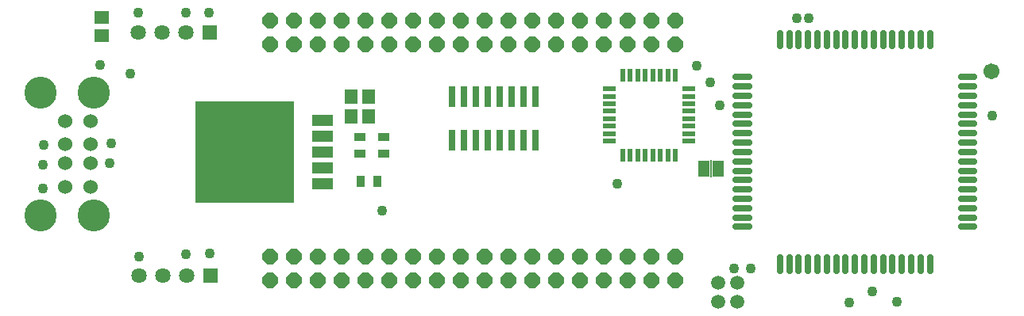
<source format=gbr>
G04 EAGLE Gerber RS-274X export*
G75*
%MOMM*%
%FSLAX34Y34*%
%LPD*%
%INSoldermask Bottom*%
%IPPOS*%
%AMOC8*
5,1,8,0,0,1.08239X$1,22.5*%
G01*
%ADD10R,1.401600X1.601600*%
%ADD11R,10.511600X10.901600*%
%ADD12R,2.260600X1.168400*%
%ADD13C,0.701600*%
%ADD14R,1.631600X1.631600*%
%ADD15C,1.631600*%
%ADD16R,1.301600X0.901600*%
%ADD17R,0.901600X1.301600*%
%ADD18R,1.601600X1.401600*%
%ADD19P,1.759533X8X22.500000*%
%ADD20C,1.509600*%
%ADD21C,1.524000*%
%ADD22C,3.429000*%
%ADD23C,1.101600*%
%ADD24R,0.609600X1.460500*%
%ADD25R,1.460500X0.609600*%
%ADD26R,0.660400X2.286000*%
%ADD27C,1.701600*%
%ADD28R,1.270000X1.701800*%
%ADD29R,0.152400X1.828800*%


D10*
X360120Y210366D03*
X379120Y210366D03*
X360178Y230902D03*
X379178Y230902D03*
D11*
X246400Y171900D03*
D12*
X329712Y205936D03*
X329712Y188918D03*
X329712Y171900D03*
X329712Y154882D03*
X329712Y137864D03*
D13*
X977200Y59100D02*
X977200Y45100D01*
X967200Y45100D02*
X967200Y59100D01*
X957200Y59100D02*
X957200Y45100D01*
X947200Y45100D02*
X947200Y59100D01*
X937200Y59100D02*
X937200Y45100D01*
X927200Y45100D02*
X927200Y59100D01*
X917200Y59100D02*
X917200Y45100D01*
X907200Y45100D02*
X907200Y59100D01*
X897200Y59100D02*
X897200Y45100D01*
X887200Y45100D02*
X887200Y59100D01*
X877200Y59100D02*
X877200Y45100D01*
X867200Y45100D02*
X867200Y59100D01*
X857200Y59100D02*
X857200Y45100D01*
X847200Y45100D02*
X847200Y59100D01*
X837200Y59100D02*
X837200Y45100D01*
X827200Y45100D02*
X827200Y59100D01*
X817200Y59100D02*
X817200Y45100D01*
X784200Y92100D02*
X770200Y92100D01*
X770200Y102100D02*
X784200Y102100D01*
X784200Y112100D02*
X770200Y112100D01*
X770200Y122100D02*
X784200Y122100D01*
X784200Y132100D02*
X770200Y132100D01*
X770200Y142100D02*
X784200Y142100D01*
X784200Y152100D02*
X770200Y152100D01*
X770200Y162100D02*
X784200Y162100D01*
X784200Y172100D02*
X770200Y172100D01*
X770200Y182100D02*
X784200Y182100D01*
X784200Y192100D02*
X770200Y192100D01*
X770200Y202100D02*
X784200Y202100D01*
X784200Y212100D02*
X770200Y212100D01*
X770200Y222100D02*
X784200Y222100D01*
X784200Y232100D02*
X770200Y232100D01*
X770200Y242100D02*
X784200Y242100D01*
X784200Y252100D02*
X770200Y252100D01*
X817200Y285100D02*
X817200Y299100D01*
X827200Y299100D02*
X827200Y285100D01*
X837200Y285100D02*
X837200Y299100D01*
X847200Y299100D02*
X847200Y285100D01*
X857200Y285100D02*
X857200Y299100D01*
X867200Y299100D02*
X867200Y285100D01*
X877200Y285100D02*
X877200Y299100D01*
X887200Y299100D02*
X887200Y285100D01*
X897200Y285100D02*
X897200Y299100D01*
X907200Y299100D02*
X907200Y285100D01*
X917200Y285100D02*
X917200Y299100D01*
X927200Y299100D02*
X927200Y285100D01*
X937200Y285100D02*
X937200Y299100D01*
X947200Y299100D02*
X947200Y285100D01*
X957200Y285100D02*
X957200Y299100D01*
X967200Y299100D02*
X967200Y285100D01*
X977200Y285100D02*
X977200Y299100D01*
X1010200Y252100D02*
X1024200Y252100D01*
X1024200Y242100D02*
X1010200Y242100D01*
X1010200Y232100D02*
X1024200Y232100D01*
X1024200Y222100D02*
X1010200Y222100D01*
X1010200Y212100D02*
X1024200Y212100D01*
X1024200Y202100D02*
X1010200Y202100D01*
X1010200Y192100D02*
X1024200Y192100D01*
X1024200Y182100D02*
X1010200Y182100D01*
X1010200Y172100D02*
X1024200Y172100D01*
X1024200Y162100D02*
X1010200Y162100D01*
X1010200Y152100D02*
X1024200Y152100D01*
X1024200Y142100D02*
X1010200Y142100D01*
X1010200Y132100D02*
X1024200Y132100D01*
X1024200Y122100D02*
X1010200Y122100D01*
X1010200Y112100D02*
X1024200Y112100D01*
X1024200Y102100D02*
X1010200Y102100D01*
X1010200Y92100D02*
X1024200Y92100D01*
D14*
X209400Y300200D03*
D15*
X184000Y300200D03*
X158600Y300200D03*
X133200Y300200D03*
D16*
X395024Y187950D03*
X395024Y169950D03*
D17*
X388500Y140678D03*
X370500Y140678D03*
D16*
X369718Y188462D03*
X369718Y170462D03*
D18*
X94774Y296838D03*
X94774Y315838D03*
D14*
X210000Y40000D03*
D15*
X184600Y40000D03*
X159200Y40000D03*
X133800Y40000D03*
D19*
X274100Y34800D03*
X299500Y34800D03*
X324900Y34800D03*
X350300Y34800D03*
X375700Y34800D03*
X401100Y34800D03*
X274100Y60200D03*
X299500Y60200D03*
X324900Y60200D03*
X350300Y60200D03*
X375700Y60200D03*
X401100Y60200D03*
X426500Y34800D03*
X426500Y60200D03*
X451900Y34800D03*
X477300Y34800D03*
X502700Y34800D03*
X528100Y34800D03*
X553500Y34800D03*
X578900Y34800D03*
X451900Y60200D03*
X477300Y60200D03*
X502700Y60200D03*
X528100Y60200D03*
X553500Y60200D03*
X578900Y60200D03*
X604300Y34800D03*
X604300Y60200D03*
X629700Y34800D03*
X655100Y34800D03*
X680500Y34800D03*
X629700Y60200D03*
X655100Y60200D03*
X680500Y60200D03*
X705900Y34800D03*
X705900Y60200D03*
X274100Y287300D03*
X299500Y287300D03*
X324900Y287300D03*
X350300Y287300D03*
X375700Y287300D03*
X401100Y287300D03*
X274100Y312700D03*
X299500Y312700D03*
X324900Y312700D03*
X350300Y312700D03*
X375700Y312700D03*
X401100Y312700D03*
X426500Y287300D03*
X426500Y312700D03*
X451900Y287300D03*
X477300Y287300D03*
X502700Y287300D03*
X528100Y287300D03*
X553500Y287300D03*
X578900Y287300D03*
X451900Y312700D03*
X477300Y312700D03*
X502700Y312700D03*
X528100Y312700D03*
X553500Y312700D03*
X578900Y312700D03*
X604300Y287300D03*
X604300Y312700D03*
X629700Y287300D03*
X655100Y287300D03*
X680500Y287300D03*
X629700Y312700D03*
X655100Y312700D03*
X680500Y312700D03*
X705900Y287300D03*
X705900Y312700D03*
D20*
X751688Y12384D03*
X751688Y32384D03*
X771688Y12384D03*
X771688Y32384D03*
D21*
X82500Y205000D03*
X82500Y180108D03*
X82500Y160042D03*
X82500Y134896D03*
X55322Y205000D03*
X55322Y180108D03*
X55322Y160042D03*
X55322Y134896D03*
D22*
X29160Y235734D03*
X29160Y104416D03*
X86056Y235734D03*
X86056Y104416D03*
D23*
X941970Y12140D03*
D24*
X705748Y168913D03*
X697748Y168913D03*
X689748Y168913D03*
X681748Y168913D03*
X673748Y168913D03*
X665748Y168913D03*
X657748Y168913D03*
X649748Y168913D03*
D25*
X635013Y183648D03*
X635013Y191648D03*
X635013Y199648D03*
X635013Y207648D03*
X635013Y215648D03*
X635013Y223648D03*
X635013Y231648D03*
X635013Y239648D03*
D24*
X649748Y254384D03*
X657748Y254384D03*
X665748Y254384D03*
X673748Y254384D03*
X681748Y254384D03*
X689748Y254384D03*
X697748Y254384D03*
X705748Y254384D03*
D25*
X720484Y239648D03*
X720484Y231648D03*
X720484Y223648D03*
X720484Y215648D03*
X720484Y207648D03*
X720484Y199648D03*
X720484Y191648D03*
X720484Y183648D03*
D26*
X556456Y184480D03*
X543756Y184480D03*
X531056Y184480D03*
X518356Y184480D03*
X505656Y184480D03*
X492956Y184480D03*
X480256Y184480D03*
X467556Y184480D03*
X467556Y231724D03*
X480256Y231724D03*
X492956Y231724D03*
X505656Y231724D03*
X518356Y231724D03*
X531056Y231724D03*
X543756Y231724D03*
X556456Y231724D03*
D27*
X1043050Y258160D03*
D23*
X124968Y255524D03*
X92456Y265176D03*
X1043686Y211328D03*
X392938Y109728D03*
X104394Y181356D03*
X103124Y159766D03*
X32766Y179832D03*
X32004Y158496D03*
X209042Y321056D03*
X183896Y320802D03*
X209550Y63754D03*
X184150Y62484D03*
X768350Y47498D03*
X785876Y47498D03*
X848106Y314706D03*
X835152Y315214D03*
X753110Y222250D03*
X915924Y22860D03*
X891032Y10922D03*
X742696Y246888D03*
X728218Y264668D03*
X643890Y138176D03*
X133858Y60452D03*
X133350Y321310D03*
X31750Y132842D03*
D28*
X735838Y153924D03*
X751078Y153924D03*
D29*
X743458Y153924D03*
M02*

</source>
